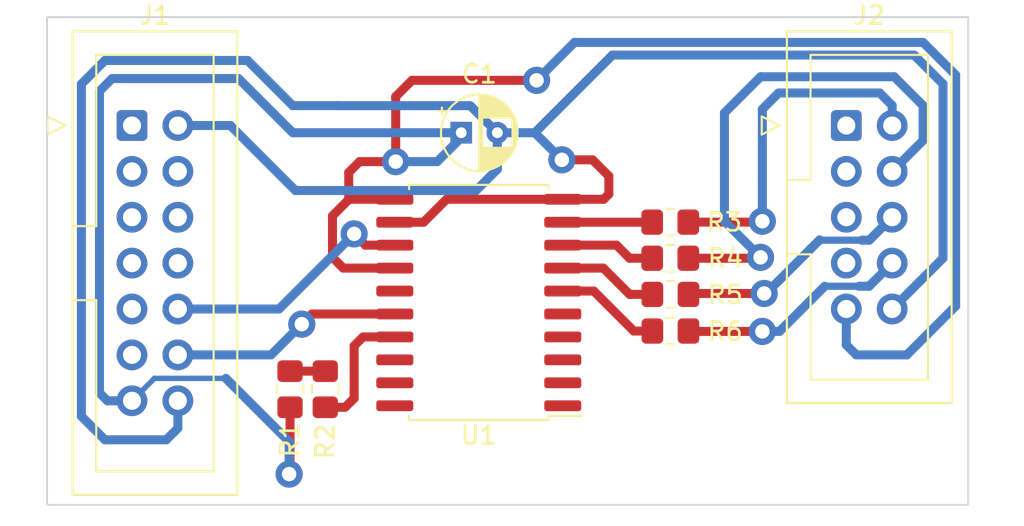
<source format=kicad_pcb>
(kicad_pcb (version 20211014) (generator pcbnew)
  (layers (0 "F.Cu" signal) (31 "B.Cu" signal) (34 "B.Paste" user) (35 "F.Paste" user) (36 "B.SilkS" user "B.Silkscreen") (37 "F.SilkS" user "F.Silkscreen") (38 "B.Mask" user) (39 "F.Mask" user) (44 "Edge.Cuts" user))
  (net 0 "")
  (net 1 "+3V3")
  (net 2 "GNDD")
  (net 3 "+5V")
  (net 11 "SDA")
  (net 13 "SCL")
  (net 14 "LED-BT")
  (net 15 "TOUCH-KEY-POWER")
  (net 16 "LED-ANALOG-EXT")
  (net 17 "TOUCH-KEY-ANALOG-EXT")
  (net 18 "LED-ANALOG-INT")
  (net 19 "TOUCH-KEY-ANALOG-INT")
  (net 21 "TOUCH-KEY-BT")
  (net 22 "/~{TOUCH-INT}-PULL-UP")
  (net 23 "~{TOUCH-INT}")
  (net 24 "/TOUCH-KEY-0-POWER")
  (net 25 "/TOUCH-KEY-1-ANALOG-EXT")
  (net 26 "/TOUCH-KEY2-ANALOG-INT")
  (net 27 "/TOUCH-KEY-4-BT")
  (footprint "Connector_IDC:IDC-Header_2x05_P2.54mm_Vertical" (layer "F.Cu") (at 100.2475 64)
    (fp_text reference "J2" (at 1.27 -6.1) (layer "F.SilkS"))
    (fp_text value "Conn_02x05_Odd_Even")
    (fp_line (start -1.98 3.03) (end -1.98 -3.91) (layer "F.SilkS") (width 0.12))
    (fp_line (start -1.98 -3.91) (end 4.52 -3.91) (layer "F.SilkS") (width 0.12))
    (fp_line (start -1.98 7.13) (end -3.29 7.13) (layer "F.SilkS") (width 0.12))
    (fp_line (start 5.83 15.37) (end -3.29 15.37) (layer "F.SilkS") (width 0.12))
    (fp_line (start -3.29 15.37) (end -3.29 -5.21) (layer "F.SilkS") (width 0.12))
    (fp_line (start -3.29 3.03) (end -1.98 3.03) (layer "F.SilkS") (width 0.12))
    (fp_line (start -4.68 0.5) (end -3.68 0) (layer "F.SilkS") (width 0.12))
    (fp_line (start -4.68 -0.5) (end -4.68 0.5) (layer "F.SilkS") (width 0.12))
    (fp_line (start -3.68 0) (end -4.68 -0.5) (layer "F.SilkS") (width 0.12))
    (fp_line (start -1.98 14.07) (end -1.98 7.13) (layer "F.SilkS") (width 0.12))
    (fp_line (start -1.98 7.13) (end -1.98 7.13) (layer "F.SilkS") (width 0.12))
    (fp_line (start 4.52 14.07) (end -1.98 14.07) (layer "F.SilkS") (width 0.12))
    (fp_line (start 5.83 -5.21) (end 5.83 15.37) (layer "F.SilkS") (width 0.12))
    (fp_line (start -3.29 -5.21) (end 5.83 -5.21) (layer "F.SilkS") (width 0.12))
    (fp_line (start 4.52 -3.91) (end 4.52 14.07) (layer "F.SilkS") (width 0.12))
    (pad "1" thru_hole roundrect (at 0 0) (size 1.7 1.7) (drill 1) (layers *.Cu *.Mask) (roundrect_rratio 0.1470588235) (net 14 "LED-BT"))
    (pad "2" thru_hole circle (at 2.54 0) (size 1.7 1.7) (drill 1) (layers *.Cu *.Mask) (net 15 "TOUCH-KEY-POWER"))
    (pad "3" thru_hole circle (at 0 2.54) (size 1.7 1.7) (drill 1) (layers *.Cu *.Mask) (net 16 "LED-ANALOG-EXT"))
    (pad "4" thru_hole circle (at 2.54 2.54) (size 1.7 1.7) (drill 1) (layers *.Cu *.Mask) (net 17 "TOUCH-KEY-ANALOG-EXT"))
    (pad "5" thru_hole circle (at 0 5.08) (size 1.7 1.7) (drill 1) (layers *.Cu *.Mask) (net 18 "LED-ANALOG-INT"))
    (pad "6" thru_hole circle (at 2.54 5.08) (size 1.7 1.7) (drill 1) (layers *.Cu *.Mask) (net 19 "TOUCH-KEY-ANALOG-INT"))
    (pad "7" thru_hole circle (at 0 7.62) (size 1.7 1.7) (drill 1) (layers *.Cu *.Mask))
    (pad "8" thru_hole circle (at 2.54 7.62) (size 1.7 1.7) (drill 1) (layers *.Cu *.Mask) (net 21 "TOUCH-KEY-BT"))
    (pad "9" thru_hole circle (at 0 10.16) (size 1.7 1.7) (drill 1) (layers *.Cu *.Mask) (net 1 "+3V3"))
    (pad "10" thru_hole circle (at 2.54 10.16) (size 1.7 1.7) (drill 1) (layers *.Cu *.Mask) (net 2 "GNDD"))
  )
  (footprint "Resistor_SMD:R_0805_2012Metric_Pad1.20x1.40mm_HandSolder" (layer "F.Cu") (at 90.5 69.35 180)
    (fp_text reference "R3" (at -3 0) (layer "F.SilkS"))
    (fp_text value "4k7")
    (fp_line (start -0.227064 0.735) (end 0.227064 0.735) (layer "F.SilkS") (width 0.12))
    (fp_line (start -0.227064 -0.735) (end 0.227064 -0.735) (layer "F.SilkS") (width 0.12))
    (pad "1" smd roundrect (at -1 0 180) (size 1.2 1.4) (layers "F.Cu" "F.Paste" "F.Mask") (roundrect_rratio 0.2083333333) (net 15 "TOUCH-KEY-POWER"))
    (pad "2" smd roundrect (at 1 0 180) (size 1.2 1.4) (layers "F.Cu" "F.Paste" "F.Mask") (roundrect_rratio 0.2083333333) (net 24 "/TOUCH-KEY-0-POWER"))
  )
  (footprint "Connector_IDC:IDC-Header_2x07_P2.54mm_Vertical" (layer "F.Cu") (at 60.7 64)
    (fp_text reference "J1" (at 1.27 -6.1) (layer "F.SilkS"))
    (fp_text value "Conn_02x07_Odd_Even")
    (fp_line (start -4.68 0.5) (end -3.68 0) (layer "F.SilkS") (width 0.12))
    (fp_line (start -1.98 5.57) (end -1.98 -3.91) (layer "F.SilkS") (width 0.12))
    (fp_line (start -1.98 9.67) (end -1.98 9.67) (layer "F.SilkS") (width 0.12))
    (fp_line (start -4.68 -0.5) (end -4.68 0.5) (layer "F.SilkS") (width 0.12))
    (fp_line (start 4.52 19.15) (end -1.98 19.15) (layer "F.SilkS") (width 0.12))
    (fp_line (start 4.52 -3.91) (end 4.52 19.15) (layer "F.SilkS") (width 0.12))
    (fp_line (start 5.83 -5.21) (end 5.83 20.45) (layer "F.SilkS") (width 0.12))
    (fp_line (start -3.29 5.57) (end -1.98 5.57) (layer "F.SilkS") (width 0.12))
    (fp_line (start 5.83 20.45) (end -3.29 20.45) (layer "F.SilkS") (width 0.12))
    (fp_line (start -1.98 9.67) (end -3.29 9.67) (layer "F.SilkS") (width 0.12))
    (fp_line (start -3.29 -5.21) (end 5.83 -5.21) (layer "F.SilkS") (width 0.12))
    (fp_line (start -1.98 19.15) (end -1.98 9.67) (layer "F.SilkS") (width 0.12))
    (fp_line (start -3.29 20.45) (end -3.29 -5.21) (layer "F.SilkS") (width 0.12))
    (fp_line (start -1.98 -3.91) (end 4.52 -3.91) (layer "F.SilkS") (width 0.12))
    (fp_line (start -3.68 0) (end -4.68 -0.5) (layer "F.SilkS") (width 0.12))
    (pad "1" thru_hole roundrect (at 0 0) (size 1.7 1.7) (drill 1) (layers *.Cu *.Mask) (roundrect_rratio 0.1470588235) (net 3 "+5V"))
    (pad "2" thru_hole circle (at 2.54 0) (size 1.7 1.7) (drill 1) (layers *.Cu *.Mask) (net 2 "GNDD"))
    (pad "3" thru_hole circle (at 0 2.54) (size 1.7 1.7) (drill 1) (layers *.Cu *.Mask))
    (pad "4" thru_hole circle (at 2.54 2.54) (size 1.7 1.7) (drill 1) (layers *.Cu *.Mask))
    (pad "5" thru_hole circle (at 0 5.08) (size 1.7 1.7) (drill 1) (layers *.Cu *.Mask))
    (pad "6" thru_hole circle (at 2.54 5.08) (size 1.7 1.7) (drill 1) (layers *.Cu *.Mask))
    (pad "7" thru_hole circle (at 0 7.62) (size 1.7 1.7) (drill 1) (layers *.Cu *.Mask))
    (pad "8" thru_hole circle (at 2.54 7.62) (size 1.7 1.7) (drill 1) (layers *.Cu *.Mask))
    (pad "9" thru_hole circle (at 0 10.16) (size 1.7 1.7) (drill 1) (layers *.Cu *.Mask))
    (pad "10" thru_hole circle (at 2.54 10.16) (size 1.7 1.7) (drill 1) (layers *.Cu *.Mask) (net 11 "SDA"))
    (pad "11" thru_hole circle (at 0 12.7) (size 1.7 1.7) (drill 1) (layers *.Cu *.Mask))
    (pad "12" thru_hole circle (at 2.54 12.7) (size 1.7 1.7) (drill 1) (layers *.Cu *.Mask) (net 13 "SCL"))
    (pad "13" thru_hole circle (at 0 15.24) (size 1.7 1.7) (drill 1) (layers *.Cu *.Mask) (net 1 "+3V3"))
    (pad "14" thru_hole circle (at 2.54 15.24) (size 1.7 1.7) (drill 1) (layers *.Cu *.Mask) (net 2 "GNDD"))
  )
  (footprint "Resistor_SMD:R_0805_2012Metric_Pad1.20x1.40mm_HandSolder" (layer "F.Cu") (at 69.45 78.6 90)
    (fp_text reference "R1" (at -2.8 0 90) (layer "F.SilkS"))
    (fp_text value "39k")
    (fp_line (start -0.227064 0.735) (end 0.227064 0.735) (layer "F.SilkS") (width 0.12))
    (fp_line (start -0.227064 -0.735) (end 0.227064 -0.735) (layer "F.SilkS") (width 0.12))
    (pad "1" smd roundrect (at -1 0 90) (size 1.2 1.4) (layers "F.Cu" "F.Paste" "F.Mask") (roundrect_rratio 0.2083333333) (net 1 "+3V3"))
    (pad "2" smd roundrect (at 1 0 90) (size 1.2 1.4) (layers "F.Cu" "F.Paste" "F.Mask") (roundrect_rratio 0.2083333333) (net 22 "/~{TOUCH-INT}-PULL-UP"))
  )
  (footprint "Resistor_SMD:R_0805_2012Metric_Pad1.20x1.40mm_HandSolder" (layer "F.Cu") (at 71.4 78.6 -90)
    (fp_text reference "R2" (at 2.9 0 90) (layer "F.SilkS"))
    (fp_text value "9k1")
    (fp_line (start -0.227064 -0.735) (end 0.227064 -0.735) (layer "F.SilkS") (width 0.12))
    (fp_line (start -0.227064 0.735) (end 0.227064 0.735) (layer "F.SilkS") (width 0.12))
    (pad "1" smd roundrect (at -1 0 270) (size 1.2 1.4) (layers "F.Cu" "F.Paste" "F.Mask") (roundrect_rratio 0.2083333333) (net 22 "/~{TOUCH-INT}-PULL-UP"))
    (pad "2" smd roundrect (at 1 0 270) (size 1.2 1.4) (layers "F.Cu" "F.Paste" "F.Mask") (roundrect_rratio 0.2083333333) (net 23 "~{TOUCH-INT}"))
  )
  (footprint "Capacitor_THT:CP_Radial_D4.0mm_P2.00mm" (layer "F.Cu") (at 78.927401 64.4)
    (fp_text reference "C1" (at 1 -3.25) (layer "F.SilkS"))
    (fp_text value "1µF")
    (fp_line (start 1.28 -2.062) (end 1.28 -0.84) (layer "F.SilkS") (width 0.12))
    (fp_line (start 2.081 -1.785) (end 2.081 -0.84) (layer "F.SilkS") (width 0.12))
    (fp_line (start 2.681 -1.254) (end 2.681 -0.84) (layer "F.SilkS") (width 0.12))
    (fp_line (start 2.361 0.84) (end 2.361 1.587) (layer "F.SilkS") (width 0.12))
    (fp_line (start 1.56 0.84) (end 1.56 2.005) (layer "F.SilkS") (width 0.12))
    (fp_line (start 1.52 -2.016) (end 1.52 -0.84) (layer "F.SilkS") (width 0.12))
    (fp_line (start 1.801 0.84) (end 1.801 1.924) (layer "F.SilkS") (width 0.12))
    (fp_line (start 1.801 -1.924) (end 1.801 -0.84) (layer "F.SilkS") (width 0.12))
    (fp_line (start 3.041 -0.537) (end 3.041 0.537) (layer "F.SilkS") (width 0.12))
    (fp_line (start 2.801 0.84) (end 2.801 1.08) (layer "F.SilkS") (width 0.12))
    (fp_line (start 1.64 0.84) (end 1.64 1.982) (layer "F.SilkS") (width 0.12))
    (fp_line (start 2.561 -1.396) (end 2.561 -0.84) (layer "F.SilkS") (width 0.12))
    (fp_line (start 2.721 -1.2) (end 2.721 -0.84) (layer "F.SilkS") (width 0.12))
    (fp_line (start 1.24 -2.067) (end 1.24 -0.84) (layer "F.SilkS") (width 0.12))
    (fp_line (start 1.68 -1.968) (end 1.68 -0.84) (layer "F.SilkS") (width 0.12))
    (fp_line (start 1.881 -1.889) (end 1.881 -0.84) (layer "F.SilkS") (width 0.12))
    (fp_line (start 2.161 -1.735) (end 2.161 -0.84) (layer "F.SilkS") (width 0.12))
    (fp_line (start 2.001 0.84) (end 2.001 1.83) (layer "F.SilkS") (width 0.12))
    (fp_line (start 1.08 -2.079) (end 1.08 2.079) (layer "F.SilkS") (width 0.12))
    (fp_line (start 1.4 -2.042) (end 1.4 -0.84) (layer "F.SilkS") (width 0.12))
    (fp_line (start 2.521 0.84) (end 2.521 1.438) (layer "F.SilkS") (width 0.12))
    (fp_line (start 1.6 -1.994) (end 1.6 -0.84) (layer "F.SilkS") (width 0.12))
    (fp_line (start 1.2 0.84) (end 1.2 2.071) (layer "F.SilkS") (width 0.12))
    (fp_line (start 2.761 0.84) (end 2.761 1.142) (layer "F.SilkS") (width 0.12))
    (fp_line (start 2.321 0.84) (end 2.321 1.619) (layer "F.SilkS") (width 0.12))
    (fp_line (start 1.841 -1.907) (end 1.841 -0.84) (layer "F.SilkS") (width 0.12))
    (fp_line (start 1.64 -1.982) (end 1.64 -0.84) (layer "F.SilkS") (width 0.12))
    (fp_line (start 2.161 0.84) (end 2.161 1.735) (layer "F.SilkS") (width 0.12))
    (fp_line (start 2.401 0.84) (end 2.401 1.552) (layer "F.SilkS") (width 0.12))
    (fp_line (start 1.881 0.84) (end 1.881 1.889) (layer "F.SilkS") (width 0.12))
    (fp_line (start -1.269801 -1.195) (end -0.869801 -1.195) (layer "F.SilkS") (width 0.12))
    (fp_line (start 1.52 0.84) (end 1.52 2.016) (layer "F.SilkS") (width 0.12))
    (fp_line (start 2.321 -1.619) (end 2.321 -0.84) (layer "F.SilkS") (width 0.12))
    (fp_line (start 2.601 -1.351) (end 2.601 -0.84) (layer "F.SilkS") (width 0.12))
    (fp_line (start 2.961 -0.768) (end 2.961 0.768) (layer "F.SilkS") (width 0.12))
    (fp_line (start 2.281 -1.65) (end 2.281 -0.84) (layer "F.SilkS") (width 0.12))
    (fp_line (start 2.881 -0.94) (end 2.881 0.94) (layer "F.SilkS") (width 0.12))
    (fp_line (start 2.001 -1.83) (end 2.001 -0.84) (layer "F.SilkS") (width 0.12))
    (fp_line (start 1.4 0.84) (end 1.4 2.042) (layer "F.SilkS") (width 0.12))
    (fp_line (start 2.841 -1.013) (end 2.841 1.013) (layer "F.SilkS") (width 0.12))
    (fp_line (start 2.201 0.84) (end 2.201 1.708) (layer "F.SilkS") (width 0.12))
    (fp_line (start 1.28 0.84) (end 1.28 2.062) (layer "F.SilkS") (width 0.12))
    (fp_line (start 1.761 0.84) (end 1.761 1.94) (layer "F.SilkS") (width 0.12))
    (fp_line (start 1.36 0.84) (end 1.36 2.05) (layer "F.SilkS") (width 0.12))
    (fp_line (start 1.961 -1.851) (end 1.961 -0.84) (layer "F.SilkS") (width 0.12))
    (fp_line (start 1.36 -2.05) (end 1.36 -0.84) (layer "F.SilkS") (width 0.12))
    (fp_line (start 2.561 0.84) (end 2.561 1.396) (layer "F.SilkS") (width 0.12))
    (fp_line (start 1.32 0.84) (end 1.32 2.056) (layer "F.SilkS") (width 0.12))
    (fp_line (start 1 -2.08) (end 1 2.08) (layer "F.SilkS") (width 0.12))
    (fp_line (start 1.2 -2.071) (end 1.2 -0.84) (layer "F.SilkS") (width 0.12))
    (fp_line (start 2.041 -1.808) (end 2.041 -0.84) (layer "F.SilkS") (width 0.12))
    (fp_line (start 2.441 -1.516) (end 2.441 -0.84) (layer "F.SilkS") (width 0.12))
    (fp_line (start 2.361 -1.587) (end 2.361 -0.84) (layer "F.SilkS") (width 0.12))
    (fp_line (start 2.401 -1.552) (end 2.401 -0.84) (layer "F.SilkS") (width 0.12))
    (fp_line (start 1.32 -2.056) (end 1.32 -0.84) (layer "F.SilkS") (width 0.12))
    (fp_line (start 1.721 -1.954) (end 1.721 -0.84) (layer "F.SilkS") (width 0.12))
    (fp_line (start 1.16 -2.074) (end 1.16 2.074) (layer "F.SilkS") (width 0.12))
    (fp_line (start 1.44 0.84) (end 1.44 2.034) (layer "F.SilkS") (width 0.12))
    (fp_line (start 2.281 0.84) (end 2.281 1.65) (layer "F.SilkS") (width 0.12))
    (fp_line (start 2.921 -0.859) (end 2.921 0.859) (layer "F.SilkS") (width 0.12))
    (fp_line (start 2.041 0.84) (end 2.041 1.808) (layer "F.SilkS") (width 0.12))
    (fp_line (start 1.761 -1.94) (end 1.761 -0.84) (layer "F.SilkS") (width 0.12))
    (fp_line (start 1.68 0.84) (end 1.68 1.968) (layer "F.SilkS") (width 0.12))
    (fp_line (start 1.56 -2.005) (end 1.56 -0.84) (layer "F.SilkS") (width 0.12))
    (fp_line (start 1.24 0.84) (end 1.24 2.067) (layer "F.SilkS") (width 0.12))
    (fp_line (start 2.121 -1.76) (end 2.121 -0.84) (layer "F.SilkS") (width 0.12))
    (fp_line (start 1.721 0.84) (end 1.721 1.954) (layer "F.SilkS") (width 0.12))
    (fp_line (start 1.6 0.84) (end 1.6 1.994) (layer "F.SilkS") (width 0.12))
    (fp_line (start 1.921 0.84) (end 1.921 1.87) (layer "F.SilkS") (width 0.12))
    (fp_line (start 2.641 -1.304) (end 2.641 -0.84) (layer "F.SilkS") (width 0.12))
    (fp_line (start -1.069801 -1.395) (end -1.069801 -0.995) (layer "F.SilkS") (width 0.12))
    (fp_line (start 2.681 0.84) (end 2.681 1.254) (layer "F.SilkS") (width 0.12))
    (fp_line (start 1.48 0.84) (end 1.48 2.025) (layer "F.SilkS") (width 0.12))
    (fp_line (start 2.121 0.84) (end 2.121 1.76) (layer "F.SilkS") (width 0.12))
    (fp_line (start 1.44 -2.034) (end 1.44 -0.84) (layer "F.SilkS") (width 0.12))
    (fp_line (start 2.081 0.84) (end 2.081 1.785) (layer "F.SilkS") (width 0.12))
    (fp_line (start 2.241 0.84) (end 2.241 1.68) (layer "F.SilkS") (width 0.12))
    (fp_line (start 1.04 -2.08) (end 1.04 2.08) (layer "F.SilkS") (width 0.12))
    (fp_line (start 2.481 0.84) (end 2.481 1.478) (layer "F.SilkS") (width 0.12))
    (fp_line (start 2.201 -1.708) (end 2.201 -0.84) (layer "F.SilkS") (width 0.12))
    (fp_line (start 2.801 -1.08) (end 2.801 -0.84) (layer "F.SilkS") (width 0.12))
    (fp_line (start 1.841 0.84) (end 1.841 1.907) (layer "F.SilkS") (width 0.12))
    (fp_line (start 2.761 -1.142) (end 2.761 -0.84) (layer "F.SilkS") (width 0.12))
    (fp_line (start 3.001 -0.664) (end 3.001 0.664) (layer "F.SilkS") (width 0.12))
    (fp_line (start 1.12 -2.077) (end 1.12 2.077) (layer "F.SilkS") (width 0.12))
    (fp_line (start 1.48 -2.025) (end 1.48 -0.84) (layer "F.SilkS") (width 0.12))
    (fp_line (start 3.081 -0.37) (end 3.081 0.37) (layer "F.SilkS") (width 0.12))
    (fp_line (start 2.481 -1.478) (end 2.481 -0.84) (layer "F.SilkS") (width 0.12))
    (fp_line (start 1.961 0.84) (end 1.961 1.851) (layer "F.SilkS") (width 0.12))
    (fp_line (start 2.521 -1.438) (end 2.521 -0.84) (layer "F.SilkS") (width 0.12))
    (fp_line (start 2.721 0.84) (end 2.721 1.2) (layer "F.SilkS") (width 0.12))
    (fp_line (start 2.641 0.84) (end 2.641 1.304) (layer "F.SilkS") (width 0.12))
    (fp_line (start 2.601 0.84) (end 2.601 1.351) (layer "F.SilkS") (width 0.12))
    (fp_line (start 2.441 0.84) (end 2.441 1.516) (layer "F.SilkS") (width 0.12))
    (fp_line (start 2.241 -1.68) (end 2.241 -0.84) (layer "F.SilkS") (width 0.12))
    (fp_line (start 1.921 -1.87) (end 1.921 -0.84) (layer "F.SilkS") (width 0.12))
    (fp_circle (center 1 0) (end 3.12 0) (layer "F.SilkS") (width 0.12) (fill none))
    (pad "1" thru_hole rect (at 0 0) (size 1.2 1.2) (drill 0.6) (layers *.Cu *.Mask) (net 1 "+3V3"))
    (pad "2" thru_hole circle (at 2 0) (size 1.2 1.2) (drill 0.6) (layers *.Cu *.Mask) (net 2 "GNDD"))
  )
  (footprint "Package_SO:SOIC-20W_7.5x12.8mm_P1.27mm" (layer "F.Cu") (at 79.9 73.8 180)
    (fp_text reference "U1" (at 0 -7.35) (layer "F.SilkS"))
    (fp_text value "AT42QT2120-CommsMode")
    (fp_line (start 0 6.51) (end -3.86 6.51) (layer "F.SilkS") (width 0.12))
    (fp_line (start 0 -6.51) (end 3.86 -6.51) (layer "F.SilkS") (width 0.12))
    (fp_line (start 3.86 6.51) (end 3.86 6.275) (layer "F.SilkS") (width 0.12))
    (fp_line (start -3.86 6.51) (end -3.86 6.275) (layer "F.SilkS") (width 0.12))
    (fp_line (start 3.86 -6.51) (end 3.86 -6.275) (layer "F.SilkS") (width 0.12))
    (fp_line (start -3.86 -6.51) (end -3.86 -6.275) (layer "F.SilkS") (width 0.12))
    (fp_line (start 0 6.51) (end 3.86 6.51) (layer "F.SilkS") (width 0.12))
    (fp_line (start -3.86 -6.275) (end -5.675 -6.275) (layer "F.SilkS") (width 0.12))
    (fp_line (start 0 -6.51) (end -3.86 -6.51) (layer "F.SilkS") (width 0.12))
    (pad "1" smd roundrect (at -4.65 -5.715 180) (size 2.05 0.6) (layers "F.Cu" "F.Paste" "F.Mask"))
    (pad "2" smd roundrect (at -4.65 -4.445 180) (size 2.05 0.6) (layers "F.Cu" "F.Paste" "F.Mask"))
    (pad "3" smd roundrect (at -4.65 -3.175 180) (size 2.05 0.6) (layers "F.Cu" "F.Paste" "F.Mask"))
    (pad "4" smd roundrect (at -4.65 -1.905 180) (size 2.05 0.6) (layers "F.Cu" "F.Paste" "F.Mask"))
    (pad "5" smd roundrect (at -4.65 -0.635 180) (size 2.05 0.6) (layers "F.Cu" "F.Paste" "F.Mask"))
    (pad "6" smd roundrect (at -4.65 0.635 180) (size 2.05 0.6) (layers "F.Cu" "F.Paste" "F.Mask") (net 27 "/TOUCH-KEY-4-BT"))
    (pad "7" smd roundrect (at -4.65 1.905 180) (size 2.05 0.6) (layers "F.Cu" "F.Paste" "F.Mask") (net 26 "/TOUCH-KEY2-ANALOG-INT"))
    (pad "8" smd roundrect (at -4.65 3.175 180) (size 2.05 0.6) (layers "F.Cu" "F.Paste" "F.Mask") (net 25 "/TOUCH-KEY-1-ANALOG-EXT"))
    (pad "9" smd roundrect (at -4.65 4.445 180) (size 2.05 0.6) (layers "F.Cu" "F.Paste" "F.Mask") (net 24 "/TOUCH-KEY-0-POWER"))
    (pad "10" smd roundrect (at -4.65 5.715 180) (size 2.05 0.6) (layers "F.Cu" "F.Paste" "F.Mask") (net 2 "GNDD"))
    (pad "11" smd roundrect (at 4.65 5.715 180) (size 2.05 0.6) (layers "F.Cu" "F.Paste" "F.Mask") (net 1 "+3V3"))
    (pad "12" smd roundrect (at 4.65 4.445 180) (size 2.05 0.6) (layers "F.Cu" "F.Paste" "F.Mask") (net 2 "GNDD"))
    (pad "13" smd roundrect (at 4.65 3.175 180) (size 2.05 0.6) (layers "F.Cu" "F.Paste" "F.Mask") (net 11 "SDA"))
    (pad "14" smd roundrect (at 4.65 1.905 180) (size 2.05 0.6) (layers "F.Cu" "F.Paste" "F.Mask") (net 1 "+3V3"))
    (pad "15" smd roundrect (at 4.65 0.635 180) (size 2.05 0.6) (layers "F.Cu" "F.Paste" "F.Mask"))
    (pad "16" smd roundrect (at 4.65 -0.635 180) (size 2.05 0.6) (layers "F.Cu" "F.Paste" "F.Mask") (net 13 "SCL"))
    (pad "17" smd roundrect (at 4.65 -1.905 180) (size 2.05 0.6) (layers "F.Cu" "F.Paste" "F.Mask") (net 23 "~{TOUCH-INT}"))
    (pad "18" smd roundrect (at 4.65 -3.175 180) (size 2.05 0.6) (layers "F.Cu" "F.Paste" "F.Mask"))
    (pad "19" smd roundrect (at 4.65 -4.445 180) (size 2.05 0.6) (layers "F.Cu" "F.Paste" "F.Mask"))
    (pad "20" smd roundrect (at 4.65 -5.715 180) (size 2.05 0.6) (layers "F.Cu" "F.Paste" "F.Mask"))
  )
  (footprint "Resistor_SMD:R_0805_2012Metric_Pad1.20x1.40mm_HandSolder" (layer "F.Cu") (at 90.51 75.38 180)
    (fp_text reference "R6" (at -3.03 -0.02) (layer "F.SilkS"))
    (fp_text value "4k7")
    (fp_line (start -0.227064 -0.735) (end 0.227064 -0.735) (layer "F.SilkS") (width 0.12))
    (fp_line (start -0.227064 0.735) (end 0.227064 0.735) (layer "F.SilkS") (width 0.12))
    (pad "1" smd roundrect (at -1 0 180) (size 1.2 1.4) (layers "F.Cu" "F.Paste" "F.Mask") (roundrect_rratio 0.2083333333) (net 21 "TOUCH-KEY-BT"))
    (pad "2" smd roundrect (at 1 0 180) (size 1.2 1.4) (layers "F.Cu" "F.Paste" "F.Mask") (roundrect_rratio 0.2083333333) (net 27 "/TOUCH-KEY-4-BT"))
  )
  (footprint "Resistor_SMD:R_0805_2012Metric_Pad1.20x1.40mm_HandSolder" (layer "F.Cu") (at 90.5 71.35 180)
    (fp_text reference "R4" (at -3.05 0) (layer "F.SilkS"))
    (fp_text value "4k7")
    (fp_line (start -0.227064 -0.735) (end 0.227064 -0.735) (layer "F.SilkS") (width 0.12))
    (fp_line (start -0.227064 0.735) (end 0.227064 0.735) (layer "F.SilkS") (width 0.12))
    (pad "1" smd roundrect (at -1 0 180) (size 1.2 1.4) (layers "F.Cu" "F.Paste" "F.Mask") (roundrect_rratio 0.2083333333) (net 17 "TOUCH-KEY-ANALOG-EXT"))
    (pad "2" smd roundrect (at 1 0 180) (size 1.2 1.4) (layers "F.Cu" "F.Paste" "F.Mask") (roundrect_rratio 0.2083333333) (net 25 "/TOUCH-KEY-1-ANALOG-EXT"))
  )
  (footprint "Resistor_SMD:R_0805_2012Metric_Pad1.20x1.40mm_HandSolder" (layer "F.Cu") (at 90.51 73.35 180)
    (fp_text reference "R5" (at -3.04 -0.015) (layer "F.SilkS"))
    (fp_text value "4k7")
    (fp_line (start -0.227064 0.735) (end 0.227064 0.735) (layer "F.SilkS") (width 0.12))
    (fp_line (start -0.227064 -0.735) (end 0.227064 -0.735) (layer "F.SilkS") (width 0.12))
    (pad "1" smd roundrect (at -1 0 180) (size 1.2 1.4) (layers "F.Cu" "F.Paste" "F.Mask") (roundrect_rratio 0.2083333333) (net 19 "TOUCH-KEY-ANALOG-INT"))
    (pad "2" smd roundrect (at 1 0 180) (size 1.2 1.4) (layers "F.Cu" "F.Paste" "F.Mask") (roundrect_rratio 0.2083333333) (net 26 "/TOUCH-KEY2-ANALOG-INT"))
  )
  (gr_rect (start 56 58) (end 107 85) (layer "Edge.Cuts") (width 0.1) (fill none))
  (segment (start 69.45 83.25) (end 69.4 83.3) (width 0.5) (layer "F.Cu") (net 1))
  (segment (start 75.3 66) (end 73.3 66) (width 0.5) (layer "F.Cu") (net 1))
  (segment (start 72.7 66.6) (end 72.7 68.1) (width 0.5) (layer "F.Cu") (net 1))
  (segment (start 72.395 71.895) (end 75.25 71.895) (width 0.5) (layer "F.Cu") (net 1))
  (segment (start 72.7 68.1) (end 71.8 69) (width 0.5) (layer "F.Cu") (net 1))
  (segment (start 69.45 79.6) (end 69.45 83.25) (width 0.5) (layer "F.Cu") (net 1))
  (segment (start 75.25 68.085) (end 72.715 68.085) (width 0.5) (layer "F.Cu") (net 1))
  (segment (start 75.3 66) (end 75.3 62.4) (width 0.5) (layer "F.Cu") (net 1))
  (segment (start 76.2 61.5) (end 83.1 61.5) (width 0.5) (layer "F.Cu") (net 1))
  (segment (start 71.8 69) (end 71.8 71.3) (width 0.5) (layer "F.Cu") (net 1))
  (segment (start 72.715 68.085) (end 72.7 68.1) (width 0.5) (layer "F.Cu") (net 1))
  (segment (start 71.8 71.3) (end 72.395 71.895) (width 0.5) (layer "F.Cu") (net 1))
  (segment (start 75.3 62.4) (end 76.2 61.5) (width 0.5) (layer "F.Cu") (net 1))
  (segment (start 73.3 66) (end 72.7 66.6) (width 0.5) (layer "F.Cu") (net 1))
  (via (at 75.3 66) (size 1.5) (drill 0.8) (layers "F.Cu" "B.Cu") (net 1))
  (via (at 83.1 61.5) (size 1.5) (drill 0.8) (layers "F.Cu" "B.Cu") (net 1))
  (via (at 69.4 83.3) (size 1.5) (drill 0.8) (layers "F.Cu" "B.Cu") (net 1))
  (segment (start 104.5 59.4) (end 106.3 61.2) (width 0.5) (layer "B.Cu") (net 1))
  (segment (start 78.927401 64.672599) (end 77.6 66) (width 0.5) (layer "B.Cu") (net 1))
  (segment (start 59.34 79.24) (end 58.9 78.8) (width 0.5) (layer "B.Cu") (net 1))
  (segment (start 61.94 78) (end 60.7 79.24) (width 0.3) (layer "B.Cu") (net 1))
  (segment (start 106.3 61.2) (end 106.3 74) (width 0.5) (layer "B.Cu") (net 1))
  (segment (start 103.6 76.7) (end 100.8 76.7) (width 0.5) (layer "B.Cu") (net 1))
  (segment (start 66.6 61.4) (end 69.6 64.4) (width 0.5) (layer "B.Cu") (net 1))
  (segment (start 83.1 61.5) (end 85.2 59.4) (width 0.5) (layer "B.Cu") (net 1))
  (segment (start 85.2 59.4) (end 104.5 59.4) (width 0.5) (layer "B.Cu") (net 1))
  (segment (start 100.8 76.7) (end 100.2475 76.1475) (width 0.5) (layer "B.Cu") (net 1))
  (segment (start 77.6 66) (end 75.3 66) (width 0.5) (layer "B.Cu") (net 1))
  (segment (start 58.9 78.8) (end 58.9 62.1) (width 0.5) (layer "B.Cu") (net 1))
  (segment (start 78.927401 64.4) (end 78.927401 64.672599) (width 0.5) (layer "B.Cu") (net 1))
  (segment (start 106.3 74) (end 103.6 76.7) (width 0.5) (layer "B.Cu") (net 1))
  (segment (start 65.9 78) (end 61.94 78) (width 0.3) (layer "B.Cu") (net 1))
  (segment (start 59.6 61.4) (end 66.6 61.4) (width 0.5) (layer "B.Cu") (net 1))
  (segment (start 69.4 83.3) (end 69.4 81.5) (width 0.5) (layer "B.Cu") (net 1))
  (segment (start 60.7 79.24) (end 59.34 79.24) (width 0.5) (layer "B.Cu") (net 1))
  (segment (start 69.6 64.4) (end 78.927401 64.4) (width 0.5) (layer "B.Cu") (net 1))
  (segment (start 100.2475 76.1475) (end 100.2475 74.16) (width 0.5) (layer "B.Cu") (net 1))
  (segment (start 58.9 62.1) (end 59.6 61.4) (width 0.5) (layer "B.Cu") (net 1))
  (segment (start 69.4 81.5) (end 65.9 78) (width 0.5) (layer "B.Cu") (net 1))
  (segment (start 86.2 65.9) (end 87.1 66.8) (width 0.5) (layer "F.Cu") (net 2))
  (segment (start 87.1 67.8) (end 86.815 68.085) (width 0.5) (layer "F.Cu") (net 2))
  (segment (start 86.815 68.085) (end 84.55 68.085) (width 0.5) (layer "F.Cu") (net 2))
  (segment (start 87.1 66.8) (end 87.1 67.8) (width 0.5) (layer "F.Cu") (net 2))
  (segment (start 78.115 68.085) (end 84.55 68.085) (width 0.5) (layer "F.Cu") (net 2))
  (segment (start 76.845 69.355) (end 78.115 68.085) (width 0.5) (layer "F.Cu") (net 2))
  (segment (start 84.5 65.9) (end 86.2 65.9) (width 0.5) (layer "F.Cu") (net 2))
  (segment (start 75.25 69.355) (end 76.845 69.355) (width 0.5) (layer "F.Cu") (net 2))
  (via (at 84.5 65.9) (size 1.5) (drill 0.8) (layers "F.Cu" "B.Cu") (net 2))
  (segment (start 59.2 60.4) (end 67.1 60.4) (width 0.5) (layer "B.Cu") (net 2))
  (segment (start 80.927401 64.4) (end 83 64.4) (width 0.5) (layer "B.Cu") (net 2))
  (segment (start 105.6 61.7) (end 105.6 71.3475) (width 0.5) (layer "B.Cu") (net 2))
  (segment (start 72.098622 62.9) (end 72.099311 62.900689) (width 0.5) (layer "B.Cu") (net 2))
  (segment (start 83 64.4) (end 84.5 65.9) (width 0.5) (layer "B.Cu") (net 2))
  (segment (start 59.2 81.4) (end 57.9 80.1) (width 0.5) (layer "B.Cu") (net 2))
  (segment (start 57.9 80.1) (end 57.9 61.7) (width 0.5) (layer "B.Cu") (net 2))
  (segment (start 62.6 81.4) (end 59.2 81.4) (width 0.5) (layer "B.Cu") (net 2))
  (segment (start 79.75 67.6) (end 80.927401 66.422599) (width 0.5) (layer "B.Cu") (net 2))
  (segment (start 105.6 71.3475) (end 102.7875 74.16) (width 0.5) (layer "B.Cu") (net 2))
  (segment (start 72.099311 62.900689) (end 79.42809 62.900689) (width 0.5) (layer "B.Cu") (net 2))
  (segment (start 80.927401 66.422599) (end 80.927401 64.4) (width 0.5) (layer "B.Cu") (net 2))
  (segment (start 66.15 64) (end 69.75 67.6) (width 0.5) (layer "B.Cu") (net 2))
  (segment (start 67.1 60.4) (end 69.6 62.9) (width 0.5) (layer "B.Cu") (net 2))
  (segment (start 69.75 67.6) (end 79.75 67.6) (width 0.5) (layer "B.Cu") (net 2))
  (segment (start 104 60.1) (end 105.6 61.7) (width 0.5) (layer "B.Cu") (net 2))
  (segment (start 83 64.4) (end 87.3 60.1) (width 0.5) (layer "B.Cu") (net 2))
  (segment (start 57.9 61.7) (end 59.2 60.4) (width 0.5) (layer "B.Cu") (net 2))
  (segment (start 87.3 60.1) (end 104 60.1) (width 0.5) (layer "B.Cu") (net 2))
  (segment (start 63.24 80.76) (end 62.6 81.4) (width 0.5) (layer "B.Cu") (net 2))
  (segment (start 63.24 64) (end 66.15 64) (width 0.5) (layer "B.Cu") (net 2))
  (segment (start 63.24 79.24) (end 63.24 80.76) (width 0.5) (layer "B.Cu") (net 2))
  (segment (start 69.6 62.9) (end 72.098622 62.9) (width 0.5) (layer "B.Cu") (net 2))
  (segment (start 79.42809 62.900689) (end 80.927401 64.4) (width 0.5) (layer "B.Cu") (net 2))
  (segment (start 73.6245 70.625) (end 72.9995 70) (width 0.5) (layer "F.Cu") (net 11))
  (segment (start 75.25 70.625) (end 73.6245 70.625) (width 0.5) (layer "F.Cu") (net 11))
  (via (at 72.9995 70) (size 1.5) (drill 0.8) (layers "F.Cu" "B.Cu") (net 11))
  (segment (start 63.24 74.16) (end 68.8395 74.16) (width 0.5) (layer "B.Cu") (net 11))
  (segment (start 68.8395 74.16) (end 72.9995 70) (width 0.5) (layer "B.Cu") (net 11))
  (segment (start 70.665 74.435) (end 70.1 75) (width 0.5) (layer "F.Cu") (net 13))
  (segment (start 75.25 74.435) (end 70.665 74.435) (width 0.5) (layer "F.Cu") (net 13))
  (via (at 70.1 75) (size 1.5) (drill 0.8) (layers "F.Cu" "B.Cu") (net 13))
  (segment (start 63.24 76.7) (end 68.4 76.7) (width 0.5) (layer "B.Cu") (net 13))
  (segment (start 68.4 76.7) (end 70.1 75) (width 0.5) (layer "B.Cu") (net 13))
  (segment (start 95.55 69.35) (end 95.6 69.3) (width 0.5) (layer "F.Cu") (net 15))
  (segment (start 91.5 69.35) (end 95.55 69.35) (width 0.5) (layer "F.Cu") (net 15))
  (via (at 95.6 69.3) (size 1.5) (drill 0.8) (layers "F.Cu" "B.Cu") (net 15))
  (segment (start 95.6 67.1) (end 95.6 69.3) (width 0.5) (layer "B.Cu") (net 15))
  (segment (start 102.7875 64) (end 102.7875 62.8875) (width 0.5) (layer "B.Cu") (net 15))
  (segment (start 95.6 63.1) (end 95.6 67.1) (width 0.5) (layer "B.Cu") (net 15))
  (segment (start 96.5 62.2) (end 95.6 63.1) (width 0.5) (layer "B.Cu") (net 15))
  (segment (start 102.7875 62.8875) (end 102.1 62.2) (width 0.5) (layer "B.Cu") (net 15))
  (segment (start 102.1 62.2) (end 96.5 62.2) (width 0.5) (layer "B.Cu") (net 15))
  (segment (start 91.5 71.35) (end 95.45 71.35) (width 0.5) (layer "F.Cu") (net 17))
  (segment (start 95.45 71.35) (end 95.5 71.3) (width 0.5) (layer "F.Cu") (net 17))
  (via (at 95.5 71.3) (size 1.5) (drill 0.8) (layers "F.Cu" "B.Cu") (net 17))
  (segment (start 104.5 64.8275) (end 104.5 62.9) (width 0.5) (layer "B.Cu") (net 17))
  (segment (start 104.5 62.9) (end 102.9 61.3) (width 0.5) (layer "B.Cu") (net 17))
  (segment (start 93.5 63.3) (end 93.5 69.3) (width 0.5) (layer "B.Cu") (net 17))
  (segment (start 95.5 61.3) (end 93.5 63.3) (width 0.5) (layer "B.Cu") (net 17))
  (segment (start 93.5 69.3) (end 95.5 71.3) (width 0.5) (layer "B.Cu") (net 17))
  (segment (start 102.9 61.3) (end 95.5 61.3) (width 0.5) (layer "B.Cu") (net 17))
  (segment (start 102.7875 66.54) (end 104.5 64.8275) (width 0.5) (layer "B.Cu") (net 17))
  (segment (start 91.56 73.3) (end 91.51 73.35) (width 0.5) (layer "F.Cu") (net 19))
  (segment (start 95.7 73.3) (end 91.56 73.3) (width 0.5) (layer "F.Cu") (net 19))
  (via (at 95.7 73.3) (size 1.5) (drill 0.8) (layers "F.Cu" "B.Cu") (net 19))
  (segment (start 98.77 70.33) (end 98.3 70.8) (width 0.5) (layer "B.Cu") (net 19))
  (segment (start 101.1 70.35) (end 98.79 70.35) (width 0.4) (layer "B.Cu") (net 19))
  (segment (start 95.8 73.3) (end 95.7 73.3) (width 0.5) (layer "B.Cu") (net 19))
  (segment (start 98.3 70.8) (end 95.8 73.3) (width 0.5) (layer "B.Cu") (net 19))
  (segment (start 101.1 70.35) (end 101.5175 70.35) (width 0.5) (layer "B.Cu") (net 19))
  (segment (start 98.79 70.35) (end 98.77 70.33) (width 0.4) (layer "B.Cu") (net 19))
  (segment (start 101.5175 70.35) (end 102.7875 69.08) (width 0.5) (layer "B.Cu") (net 19))
  (segment (start 91.53 75.4) (end 91.51 75.38) (width 0.5) (layer "F.Cu") (net 21))
  (segment (start 95.6 75.4) (end 91.53 75.4) (width 0.5) (layer "F.Cu") (net 21))
  (via (at 95.6 75.4) (size 1.5) (drill 0.8) (layers "F.Cu" "B.Cu") (net 21))
  (segment (start 101.5075 72.9) (end 100.95 72.9) (width 0.5) (layer "B.Cu") (net 21))
  (segment (start 98.45 73.5) (end 96.55 75.4) (width 0.5) (layer "B.Cu") (net 21))
  (segment (start 102.7875 71.62) (end 101.6075 72.8) (width 0.5) (layer "B.Cu") (net 21))
  (segment (start 101.6075 72.8) (end 101.5075 72.9) (width 0.5) (layer "B.Cu") (net 21))
  (segment (start 96.55 75.4) (end 95.6 75.4) (width 0.5) (layer "B.Cu") (net 21))
  (segment (start 100.95 72.9) (end 99.05 72.9) (width 0.4) (layer "B.Cu") (net 21))
  (segment (start 99.05 72.9) (end 98.45 73.5) (width 0.5) (layer "B.Cu") (net 21))
  (segment (start 69.45 77.6) (end 71.4 77.6) (width 0.5) (layer "F.Cu") (net 22))
  (segment (start 73 76.2) (end 73 79.1) (width 0.5) (layer "F.Cu") (net 23))
  (segment (start 71.4 79.6) (end 72.5 79.6) (width 0.5) (layer "F.Cu") (net 23))
  (segment (start 72.5 79.6) (end 73 79.1) (width 0.5) (layer "F.Cu") (net 23))
  (segment (start 75.25 75.705) (end 73.495 75.705) (width 0.5) (layer "F.Cu") (net 23))
  (segment (start 73.495 75.705) (end 73 76.2) (width 0.5) (layer "F.Cu") (net 23))
  (segment (start 89.495 69.355) (end 89.5 69.35) (width 0.5) (layer "F.Cu") (net 24))
  (segment (start 84.55 69.355) (end 89.495 69.355) (width 0.5) (layer "F.Cu") (net 24))
  (segment (start 88.25 71.35) (end 89.5 71.35) (width 0.5) (layer "F.Cu") (net 25))
  (segment (start 87.525 70.625) (end 88.25 71.35) (width 0.5) (layer "F.Cu") (net 25))
  (segment (start 84.55 70.625) (end 87.525 70.625) (width 0.5) (layer "F.Cu") (net 25))
  (segment (start 86.795 71.895) (end 88.25 73.35) (width 0.5) (layer "F.Cu") (net 26))
  (segment (start 88.25 73.35) (end 89.51 73.35) (width 0.5) (layer "F.Cu") (net 26))
  (segment (start 84.55 71.895) (end 86.795 71.895) (width 0.5) (layer "F.Cu") (net 26))
  (segment (start 88.48 75.38) (end 89.51 75.38) (width 0.5) (layer "F.Cu") (net 27))
  (segment (start 84.55 73.165) (end 86.265 73.165) (width 0.5) (layer "F.Cu") (net 27))
  (segment (start 86.265 73.165) (end 88.48 75.38) (width 0.5) (layer "F.Cu") (net 27))
)
</source>
